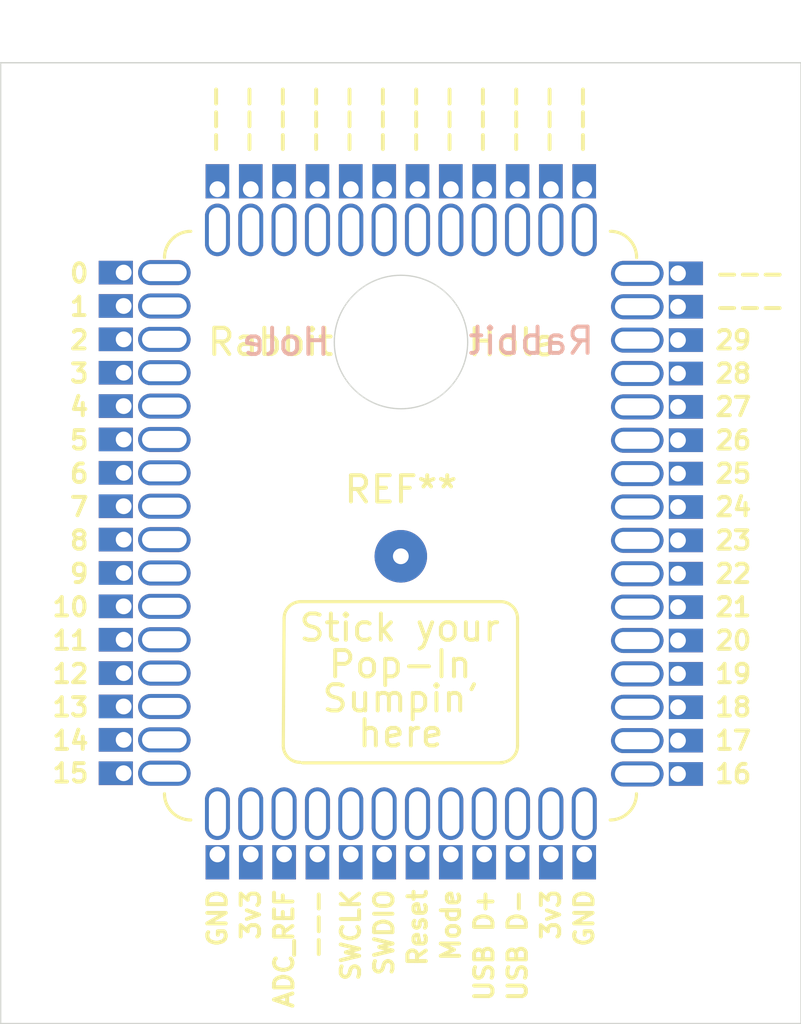
<source format=kicad_pcb>
(kicad_pcb (version 20211014) (generator pcbnew)
  (layers (0 "F.Cu" signal) (31 "B.Cu" signal) (34 "B.Paste" user) (35 "F.Paste" user) (36 "B.SilkS" user "B.Silkscreen") (37 "F.SilkS" user "F.Silkscreen") (38 "B.Mask" user) (39 "F.Mask" user) (44 "Edge.Cuts" user))
  (net 0 "")
  (footprint "Tinker RP2040:NM-Generic-Module (FlexyPin)" (layer "F.Cu") (at 147.32 96.52)
    (fp_text reference "REF**" (at 0.006083 -2.54 unlocked) (layer "F.SilkS"))
    (fp_text value "NM-Generic-Module (FlexyPin)")
    (fp_text user "---" (at 4.445 -15.23 270 unlocked) (layer "F.SilkS") (effects (font (size 0.7 0.7)) (justify right)))
    (fp_text user "18" (at 11.895378 5.744176 unlocked) (layer "F.SilkS") (effects (font (size 0.7 0.7)) (justify left)))
    (fp_text user "17" (at 11.895378 7.014176 unlocked) (layer "F.SilkS") (effects (font (size 0.7 0.7)) (justify left)))
    (fp_text user "---" (at -3.175 12.603764 90 unlocked) (layer "F.SilkS") (effects (font (size 0.7 0.7)) (justify right)))
    (fp_text user "12" (at -11.815378 4.474176 unlocked) (layer "F.SilkS") (effects (font (size 0.7 0.7)) (justify right)))
    (fp_text user "29" (at 11.895378 -8.225824 unlocked) (layer "F.SilkS") (effects (font (size 0.7 0.7)) (justify left)))
    (fp_text user "here" (at 0 6.742113 unlocked) (layer "F.SilkS"))
    (fp_text user "---" (at -1.905 -15.23 270 unlocked) (layer "F.SilkS") (effects (font (size 0.7 0.7)) (justify right)))
    (fp_text user "GND" (at -6.985 12.603764 90 unlocked) (layer "F.SilkS") (effects (font (size 0.7 0.7)) (justify right)))
    (fp_text user "10" (at -11.815378 1.934176 unlocked) (layer "F.SilkS") (effects (font (size 0.7 0.7)) (justify right)))
    (fp_text user "3v3" (at -5.715 12.603764 90 unlocked) (layer "F.SilkS") (effects (font (size 0.7 0.7)) (justify right)))
    (fp_text user "---" (at -6.985 -15.23 270 unlocked) (layer "F.SilkS") (effects (font (size 0.7 0.7)) (justify right)))
    (fp_text user "---" (at 6.985 -15.23 270 unlocked) (layer "F.SilkS") (effects (font (size 0.7 0.7)) (justify right)))
    (fp_text user "15" (at -11.815378 8.255 unlocked) (layer "F.SilkS") (effects (font (size 0.7 0.7)) (justify right)))
    (fp_text user "7" (at -11.815378 -1.875824 unlocked) (layer "F.SilkS") (effects (font (size 0.7 0.7)) (justify right)))
    (fp_text user "19" (at 11.895378 4.474176 unlocked) (layer "F.SilkS") (effects (font (size 0.7 0.7)) (justify left)))
    (fp_text user "ADC_REF" (at -4.445 12.603764 90 unlocked) (layer "F.SilkS") (effects (font (size 0.7 0.7)) (justify right)))
    (fp_text user "Sumpin'" (at 0 5.412475 unlocked) (layer "F.SilkS"))
    (fp_text user "---" (at 0.635 -15.23 270 unlocked) (layer "F.SilkS") (effects (font (size 0.7 0.7)) (justify right)))
    (fp_text user "1" (at -11.815378 -9.495824 unlocked) (layer "F.SilkS") (effects (font (size 0.7 0.7)) (justify right)))
    (fp_text user "3" (at -11.815378 -6.955824 unlocked) (layer "F.SilkS") (effects (font (size 0.7 0.7)) (justify right)))
    (fp_text user "2" (at -11.815378 -8.225824 unlocked) (layer "F.SilkS") (effects (font (size 0.7 0.7)) (justify right)))
    (fp_text user "SWDIO" (at -0.635 12.603764 90 unlocked) (layer "F.SilkS") (effects (font (size 0.7 0.7)) (justify right)))
    (fp_text user "4" (at -11.815378 -5.685824 unlocked) (layer "F.SilkS") (effects (font (size 0.7 0.7)) (justify right)))
    (fp_text user "3v3" (at 5.715 12.603764 90 unlocked) (layer "F.SilkS") (effects (font (size 0.7 0.7)) (justify right)))
    (fp_text user "GND" (at 6.985 12.603764 90 unlocked) (layer "F.SilkS") (effects (font (size 0.7 0.7)) (justify right)))
    (fp_text user "Pop-In" (at -0.022797 4.113022 unlocked) (layer "F.SilkS"))
    (fp_text user "5" (at -11.815378 -4.415824 unlocked) (layer "F.SilkS") (effects (font (size 0.7 0.7)) (justify right)))
    (fp_text user "---" (at -5.715 -15.23 270 unlocked) (layer "F.SilkS") (effects (font (size 0.7 0.7)) (justify right)))
    (fp_text user "11" (at -11.815378 3.204176 unlocked) (layer "F.SilkS") (effects (font (size 0.7 0.7)) (justify right)))
    (fp_text user "13" (at -11.815378 5.744176 unlocked) (layer "F.SilkS") (effects (font (size 0.7 0.7)) (justify right)))
    (fp_text user "21" (at 11.895378 1.934176 unlocked) (layer "F.SilkS") (effects (font (size 0.7 0.7)) (justify left)))
    (fp_text user "28" (at 11.895378 -6.955824 unlocked) (layer "F.SilkS") (effects (font (size 0.7 0.7)) (justify left)))
    (fp_text user "---" (at 11.895378 -9.495824 unlocked) (layer "F.SilkS") (effects (font (size 0.7 0.7)) (justify left)))
    (fp_text user "8" (at -11.815378 -0.605824 unlocked) (layer "F.SilkS") (effects (font (size 0.7 0.7)) (justify right)))
    (fp_text user "SWCLK" (at -1.905 12.603764 90 unlocked) (layer "F.SilkS") (effects (font (size 0.7 0.7)) (justify right)))
    (fp_text user "23" (at 11.895378 -0.605824 unlocked) (layer "F.SilkS") (effects (font (size 0.7 0.7)) (justify left)))
    (fp_text user "Stick your" (at -0.045594 2.722379 unlocked) (layer "F.SilkS"))
    (fp_text user "USB D+" (at 3.175 12.603764 90 unlocked) (layer "F.SilkS") (effects (font (size 0.7 0.7)) (justify right)))
    (fp_text user "20" (at 11.895378 3.204176 unlocked) (layer "F.SilkS") (effects (font (size 0.7 0.7)) (justify left)))
    (fp_text user "22" (at 11.895378 0.664176 unlocked) (layer "F.SilkS") (effects (font (size 0.7 0.7)) (justify left)))
    (fp_text user "---" (at 5.715 -15.23 270 unlocked) (layer "F.SilkS") (effects (font (size 0.7 0.7)) (justify right)))
    (fp_text user "6" (at -11.815378 -3.145824 unlocked) (layer "F.SilkS") (effects (font (size 0.7 0.7)) (justify right)))
    (fp_text user "26" (at 11.895378 -4.415824 unlocked) (layer "F.SilkS") (effects (font (size 0.7 0.7)) (justify left)))
    (fp_text user "---" (at -0.635 -15.23 270 unlocked) (layer "F.SilkS") (effects (font (size 0.7 0.7)) (justify right)))
    (fp_text user "27" (at 11.895378 -5.685824 unlocked) (layer "F.SilkS") (effects (font (size 0.7 0.7)) (justify left)))
    (fp_text user "16" (at 11.895378 8.284176 unlocked) (layer "F.SilkS") (effects (font (size 0.7 0.7)) (justify left)))
    (fp_text user "---" (at 11.895378 -10.765824 unlocked) (layer "F.SilkS") (effects (font (size 0.7 0.7)) (justify left)))
    (fp_text user "0" (at -11.815378 -10.765824 unlocked) (layer "F.SilkS") (effects (font (size 0.7 0.7)) (justify right)))
    (fp_text user "---" (at 3.175 -15.23 270 unlocked) (layer "F.SilkS") (effects (font (size 0.7 0.7)) (justify right)))
    (fp_text user "---" (at -4.445 -15.23 270 unlocked) (layer "F.SilkS") (effects (font (size 0.7 0.7)) (justify right)))
    (fp_text user "USB D-" (at 4.445 12.603764 90 unlocked) (layer "F.SilkS") (effects (font (size 0.7 0.7)) (justify right)))
    (fp_text user "Mode" (at 1.905 12.603764 90 unlocked) (layer "F.SilkS") (effects (font (size 0.7 0.7)) (justify right)))
    (fp_text user "14" (at -11.815378 7.014176 unlocked) (layer "F.SilkS") (effects (font (size 0.7 0.7)) (justify right)))
    (fp_text user "Reset" (at 0.635 12.603764 90 unlocked) (layer "F.SilkS") (effects (font (size 0.7 0.7)) (justify right)))
    (fp_text user "24" (at 11.895378 -1.875824 unlocked) (layer "F.SilkS") (effects (font (size 0.7 0.7)) (justify left)))
    (fp_text user "---" (at 1.905 -15.23 270 unlocked) (layer "F.SilkS") (effects (font (size 0.7 0.7)) (justify right)))
    (fp_text user "---" (at -3.175 -15.23 270 unlocked) (layer "F.SilkS") (effects (font (size 0.7 0.7)) (justify right)))
    (fp_text user "25" (at 11.895378 -3.145824 unlocked) (layer "F.SilkS") (effects (font (size 0.7 0.7)) (justify left)))
    (fp_text user "9" (at -11.815378 0.664176 unlocked) (layer "F.SilkS") (effects (font (size 0.7 0.7)) (justify right)))
    (fp_line (start 4.445 2.361448) (end 4.445 7.211451) (layer "F.SilkS") (width 0.12))
    (fp_line (start 3.868584 7.860366) (end -3.751416 7.860365) (layer "F.SilkS") (width 0.12))
    (fp_line (start -4.445 2.361447) (end -4.476158 7.204268) (layer "F.SilkS") (width 0.12))
    (fp_line (start -3.81 1.726447) (end 3.81 1.726447) (layer "F.SilkS") (width 0.12))
    (fp_arc (start 8.974622 9.033764) (mid 8.681722 9.740863) (end 7.974622 10.033764) (layer "F.SilkS") (width 0.12))
    (fp_arc (start -8.001016 10.033764) (mid -8.708123 9.740871) (end -9.001016 9.033764) (layer "F.SilkS") (width 0.12))
    (fp_arc (start 7.980013 -12.366236) (mid 8.687124 -12.07334) (end 8.980013 -11.366236) (layer "F.SilkS") (width 0.12))
    (fp_arc (start -8.999533 -11.366236) (mid -8.70664 -12.073343) (end -7.999533 -12.366236) (layer "F.SilkS") (width 0.12))
    (fp_arc (start 4.445 7.211451) (mid 4.25901 7.66046) (end 3.81 7.846451) (layer "F.SilkS") (width 0.12))
    (fp_arc (start -3.841158 7.839268) (mid -4.290171 7.653281) (end -4.476158 7.204268) (layer "F.SilkS") (width 0.12))
    (fp_arc (start -4.445 2.361447) (mid -4.259013 1.912434) (end -3.81 1.726447) (layer "F.SilkS") (width 0.12))
    (fp_arc (start 3.81 1.726448) (mid 4.259022 1.912426) (end 4.445 2.361448) (layer "F.SilkS") (width 0.12))
    (pad "0" thru_hole circle (at 0 0 90) (size 2 2) (drill 0.6) (layers *.Cu *.Mask))
    (pad "1" thru_hole oval (at -9.005378 -10.795) (size 2 0.95) (drill oval 1.7 0.65) (layers *.Cu *.Mask))
    (pad "1" thru_hole rect (at -10.555378 -10.795) (size 1.3 0.9) (drill 0.6 (offset -0.3 0)) (layers *.Cu *.Mask))
    (pad "2" thru_hole oval (at -9.005378 -9.525) (size 2 0.95) (drill oval 1.7 0.65) (layers *.Cu *.Mask))
    (pad "2" thru_hole rect (at -10.555378 -9.525) (size 1.3 0.9) (drill 0.6 (offset -0.3 0)) (layers *.Cu *.Mask))
    (pad "3" thru_hole oval (at -9.005378 -8.255) (size 2 0.95) (drill oval 1.7 0.65) (layers *.Cu *.Mask))
    (pad "3" thru_hole rect (at -10.555378 -8.255) (size 1.3 0.9) (drill 0.6 (offset -0.3 0)) (layers *.Cu *.Mask))
    (pad "4" thru_hole oval (at -9.005378 -6.985) (size 2 0.95) (drill oval 1.7 0.65) (layers *.Cu *.Mask))
    (pad "4" thru_hole rect (at -10.555378 -6.985) (size 1.3 0.9) (drill 0.6 (offset -0.3 0)) (layers *.Cu *.Mask))
    (pad "5" thru_hole rect (at -10.555378 -5.715) (size 1.3 0.9) (drill 0.6 (offset -0.3 0)) (layers *.Cu *.Mask))
    (pad "5" thru_hole oval (at -9.005378 -5.715) (size 2 0.95) (drill oval 1.7 0.65) (layers *.Cu *.Mask))
    (pad "6" thru_hole oval (at -9.005378 -4.445) (size 2 0.95) (drill oval 1.7 0.65) (layers *.Cu *.Mask))
    (pad "6" thru_hole rect (at -10.555378 -4.445) (size 1.3 0.9) (drill 0.6 (offset -0.3 0)) (layers *.Cu *.Mask))
    (pad "7" thru_hole rect (at -10.555378 -3.175) (size 1.3 0.9) (drill 0.6 (offset -0.3 0)) (layers *.Cu *.Mask))
    (pad "7" thru_hole oval (at -9.005378 -3.175) (size 2 0.95) (drill oval 1.7 0.65) (layers *.Cu *.Mask))
    (pad "8" thru_hole rect (at -10.555378 -1.905) (size 1.3 0.9) (drill 0.6 (offset -0.3 0)) (layers *.Cu *.Mask))
    (pad "8" thru_hole oval (at -9.005378 -1.905) (size 2 0.95) (drill oval 1.7 0.65) (layers *.Cu *.Mask))
    (pad "9" thru_hole oval (at -9.005378 -0.635) (size 2 0.95) (drill oval 1.7 0.65) (layers *.Cu *.Mask))
    (pad "9" thru_hole rect (at -10.555378 -0.635) (size 1.3 0.9) (drill 0.6 (offset -0.3 0)) (layers *.Cu *.Mask))
    (pad "10" thru_hole rect (at -10.555378 0.635) (size 1.3 0.9) (drill 0.6 (offset -0.3 0)) (layers *.Cu *.Mask))
    (pad "10" thru_hole oval (at -9.005378 0.635) (size 2 0.95) (drill oval 1.7 0.65) (layers *.Cu *.Mask))
    (pad "11" thru_hole oval (at -9.005378 1.905) (size 2 0.95) (drill oval 1.7 0.65) (layers *.Cu *.Mask))
    (pad "11" thru_hole rect (at -10.555378 1.905) (size 1.3 0.9) (drill 0.6 (offset -0.3 0)) (layers *.Cu *.Mask))
    (pad "12" thru_hole rect (at -10.555378 3.175) (size 1.3 0.9) (drill 0.6 (offset -0.3 0)) (layers *.Cu *.Mask))
    (pad "12" thru_hole oval (at -9.005378 3.175) (size 2 0.95) (drill oval 1.7 0.65) (layers *.Cu *.Mask))
    (pad "13" thru_hole rect (at -10.555378 4.445) (size 1.3 0.9) (drill 0.6 (offset -0.3 0)) (layers *.Cu *.Mask))
    (pad "13" thru_hole oval (at -9.005378 4.445) (size 2 0.95) (drill oval 1.7 0.65) (layers *.Cu *.Mask))
    (pad "14" thru_hole oval (at -9.005378 5.715) (size 2 0.95) (drill oval 1.7 0.65) (layers *.Cu *.Mask))
    (pad "14" thru_hole rect (at -10.555378 5.715) (size 1.3 0.9) (drill 0.6 (offset -0.3 0)) (layers *.Cu *.Mask))
    (pad "15" thru_hole rect (at -10.555378 6.985) (size 1.3 0.9) (drill 0.6 (offset -0.3 0)) (layers *.Cu *.Mask))
    (pad "15" thru_hole oval (at -9.005378 6.985) (size 2 0.95) (drill oval 1.7 0.65) (layers *.Cu *.Mask))
    (pad "16" thru_hole oval (at -9.005378 8.255) (size 2 0.95) (drill oval 1.7 0.65) (layers *.Cu *.Mask))
    (pad "16" thru_hole rect (at -10.555378 8.255) (size 1.3 0.9) (drill 0.6 (offset -0.3 0)) (layers *.Cu *.Mask))
    (pad "17" thru_hole rect (at -6.985 11.343764 90) (size 1.3 0.9) (drill 0.6 (offset -0.3 0)) (layers *.Cu *.Mask))
    (pad "17" thru_hole oval (at -6.985 9.793764 90) (size 2 0.95) (drill oval 1.7 0.65) (layers *.Cu *.Mask))
    (pad "18" thru_hole oval (at -5.715 9.793764 90) (size 2 0.95) (drill oval 1.7 0.65) (layers *.Cu *.Mask))
    (pad "18" thru_hole rect (at -5.715 11.343764 90) (size 1.3 0.9) (drill 0.6 (offset -0.3 0)) (layers *.Cu *.Mask))
    (pad "19" thru_hole oval (at -4.445 9.793764 90) (size 2 0.95) (drill oval 1.7 0.65) (layers *.Cu *.Mask))
    (pad "19" thru_hole rect (at -4.445 11.343764 90) (size 1.3 0.9) (drill 0.6 (offset -0.3 0)) (layers *.Cu *.Mask))
    (pad "20" thru_hole oval (at -3.175 9.793764 90) (size 2 0.95) (drill oval 1.7 0.65) (layers *.Cu *.Mask))
    (pad "20" thru_hole rect (at -3.175 11.343764 90) (size 1.3 0.9) (drill 0.6 (offset -0.3 0)) (layers *.Cu *.Mask))
    (pad "21" thru_hole rect (at -1.905 11.343764 90) (size 1.3 0.9) (drill 0.6 (offset -0.3 0)) (layers *.Cu *.Mask))
    (pad "21" thru_hole oval (at -1.905 9.793764 90) (size 2 0.95) (drill oval 1.7 0.65) (layers *.Cu *.Mask))
    (pad "22" thru_hole oval (at -0.635 9.793764 90) (size 2 0.95) (drill oval 1.7 0.65) (layers *.Cu *.Mask))
    (pad "22" thru_hole rect (at -0.635 11.343764 90) (size 1.3 0.9) (drill 0.6 (offset -0.3 0)) (layers *.Cu *.Mask))
    (pad "23" thru_hole oval (at 0.635 9.793764 90) (size 2 0.95) (drill oval 1.7 0.65) (layers *.Cu *.Mask))
    (pad "23" thru_hole rect (at 0.635 11.343764 90) (size 1.3 0.9) (drill 0.6 (offset -0.3 0)) (layers *.Cu *.Mask))
    (pad "24" thru_hole rect (at 1.905 11.343764 90) (size 1.3 0.9) (drill 0.6 (offset -0.3 0)) (layers *.Cu *.Mask))
    (pad "24" thru_hole oval (at 1.905 9.793764 90) (size 2 0.95) (drill oval 1.7 0.65) (layers *.Cu *.Mask))
    (pad "25" thru_hole rect (at 3.175 11.343764 90) (size 1.3 0.9) (drill 0.6 (offset -0.3 0)) (layers *.Cu *.Mask))
    (pad "25" thru_hole oval (at 3.175 9.793764 90) (size 2 0.95) (drill oval 1.7 0.65) (layers *.Cu *.Mask))
    (pad "26" thru_hole oval (at 4.445 9.793764 90) (size 2 0.95) (drill oval 1.7 0.65) (layers *.Cu *.Mask))
    (pad "26" thru_hole rect (at 4.445 11.343764 90) (size 1.3 0.9) (drill 0.6 (offset -0.3 0)) (layers *.Cu *.Mask))
    (pad "27" thru_hole oval (at 5.715 9.793764 90) (size 2 0.95) (drill oval 1.7 0.65) (layers *.Cu *.Mask))
    (pad "27" thru_hole rect (at 5.715 11.343764 90) (size 1.3 0.9) (drill 0.6 (offset -0.3 0)) (layers *.Cu *.Mask))
    (pad "28" thru_hole rect (at 6.985 11.343764 90) (size 1.3 0.9) (drill 0.6 (offset -0.3 0)) (layers *.Cu *.Mask))
    (pad "28" thru_hole oval (at 6.985 9.793764 90) (size 2 0.95) (drill oval 1.7 0.65) (layers *.Cu *.Mask))
    (pad "29" thru_hole rect (at 10.555378 8.284176) (size 1.3 0.9) (drill 0.6 (offset 0.3 0)) (layers *.Cu *.Mask))
    (pad "29" thru_hole oval (at 9.005378 8.284176) (size 2 0.95) (drill oval 1.7 0.65) (layers *.Cu *.Mask))
    (pad "30" thru_hole rect (at 10.555378 7.014176) (size 1.3 0.9) (drill 0.6 (offset 0.3 0)) (layers *.Cu *.Mask))
    (pad "30" thru_hole oval (at 9.005378 7.014176) (size 2 0.95) (drill oval 1.7 0.65) (layers *.Cu *.Mask))
    (pad "31" thru_hole oval (at 9.005378 5.744176) (size 2 0.95) (drill oval 1.7 0.65) (layers *.Cu *.Mask))
    (pad "31" thru_hole rect (at 10.555378 5.744176) (size 1.3 0.9) (drill 0.6 (offset 0.3 0)) (layers *.Cu *.Mask))
    (pad "32" thru_hole oval (at 9.005378 4.474176) (size 2 0.95) (drill oval 1.7 0.65) (layers *.Cu *.Mask))
    (pad "32" thru_hole rect (at 10.555378 4.474176) (size 1.3 0.9) (drill 0.6 (offset 0.3 0)) (layers *.Cu *.Mask))
    (pad "33" thru_hole oval (at 9.005378 3.204176) (size 2 0.95) (drill oval 1.7 0.65) (layers *.Cu *.Mask))
    (pad "33" thru_hole rect (at 10.555378 3.204176) (size 1.3 0.9) (drill 0.6 (offset 0.3 0)) (layers *.Cu *.Mask))
    (pad "34" thru_hole rect (at 10.555378 1.934176) (size 1.3 0.9) (drill 0.6 (offset 0.3 0)) (layers *.Cu *.Mask))
    (pad "34" thru_hole oval (at 9.005378 1.934176) (size 2 0.95) (drill oval 1.7 0.65) (layers *.Cu *.Mask))
    (pad "35" thru_hole oval (at 9.005378 0.664176) (size 2 0.95) (drill oval 1.7 0.65) (layers *.Cu *.Mask))
    (pad "35" thru_hole rect (at 10.555378 0.664176) (size 1.3 0.9) (drill 0.6 (offset 0.3 0)) (layers *.Cu *.Mask))
    (pad "36" thru_hole rect (at 10.555378 -0.605824) (size 1.3 0.9) (drill 0.6 (offset 0.3 0)) (layers *.Cu *.Mask))
    (pad "36" thru_hole oval (at 9.005378 -0.605824) (size 2 0.95) (drill oval 1.7 0.65) (layers *.Cu *.Mask))
    (pad "37" thru_hole rect (at 10.555378 -1.875824) (size 1.3 0.9) (drill 0.6 (offset 0.3 0)) (layers *.Cu *.Mask))
    (pad "37" thru_hole oval (at 9.005378 -1.875824) (size 2 0.95) (drill oval 1.7 0.65) (layers *.Cu *.Mask))
    (pad "38" thru_hole rect (at 10.555378 -3.145824) (size 1.3 0.9) (drill 0.6 (offset 0.3 0)) (layers *.Cu *.Mask))
    (pad "38" thru_hole oval (at 9.005378 -3.145824) (size 2 0.95) (drill oval 1.7 0.65) (layers *.Cu *.Mask))
    (pad "39" thru_hole oval (at 9.005378 -4.415824) (size 2 0.95) (drill oval 1.7 0.65) (layers *.Cu *.Mask))
    (pad "39" thru_hole rect (at 10.555378 -4.415824) (size 1.3 0.9) (drill 0.6 (offset 0.3 0)) (layers *.Cu *.Mask))
    (pad "40" thru_hole oval (at 9.005378 -5.685824) (size 2 0.95) (drill oval 1.7 0.65) (layers *.Cu *.Mask))
    (pad "40" thru_hole rect (at 10.555378 -5.685824) (size 1.3 0.9) (drill 0.6 (offset 0.3 0)) (layers *.Cu *.Mask))
    (pad "41" thru_hole rect (at 10.555378 -6.955824) (size 1.3 0.9) (drill 0.6 (offset 0.3 0)) (layers *.Cu *.Mask))
    (pad "41" thru_hole oval (at 9.005378 -6.955824) (size 2 0.95) (drill oval 1.7 0.65) (layers *.Cu *.Mask))
    (pad "42" thru_hole rect (at 10.555378 -8.225824) (size 1.3 0.9) (drill 0.6 (offset 0.3 0)) (layers *.Cu *.Mask))
    (pad "42" thru_hole oval (at 9.005378 -8.225824) (size 2 0.95) (drill oval 1.7 0.65) (layers *.Cu *.Mask))
    (pad "43" thru_hole rect (at 10.555378 -9.495824) (size 1.3 0.9) (drill 0.6 (offset 0.3 0)) (layers *.Cu *.Mask))
    (pad "43" thru_hole oval (at 9.005378 -9.495824) (size 2 0.95) (drill oval 1.7 0.65) (layers *.Cu *.Mask))
    (pad "44" thru_hole rect (at 10.555378 -10.765824) (size 1.3 0.9) (drill 0.6 (offset 0.3 0)) (layers *.Cu *.Mask))
    (pad "44" thru_hole oval (at 9.005378 -10.765824) (size 2 0.95) (drill oval 1.7 0.65) (layers *.Cu *.Mask))
    (pad "45" thru_hole oval (at 6.985 -12.42 270) (size 2 0.95) (drill oval 1.7 0.65) (layers *.Cu *.Mask))
    (pad "45" thru_hole rect (at 6.985 -13.97 270) (size 1.3 0.9) (drill 0.6 (offset -0.3 0)) (layers *.Cu *.Mask))
    (pad "46" thru_hole rect (at 5.715 -13.97 270) (size 1.3 0.9) (drill 0.6 (offset -0.3 0)) (layers *.Cu *.Mask))
    (pad "46" thru_hole oval (at 5.715 -12.42 270) (size 2 0.95) (drill oval 1.7 0.65) (layers *.Cu *.Mask))
    (pad "47" thru_hole rect (at 4.445 -13.97 270) (size 1.3 0.9) (drill 0.6 (offset -0.3 0)) (layers *.Cu *.Mask))
    (pad "47" thru_hole oval (at 4.445 -12.42 270) (size 2 0.95) (drill oval 1.7 0.65) (layers *.Cu *.Mask))
    (pad "48" thru_hole rect (at 3.175 -13.97 270) (size 1.3 0.9) (drill 0.6 (offset -0.3 0)) (layers *.Cu *.Mask))
    (pad "48" thru_hole oval (at 3.175 -12.42 270) (size 2 0.95) (drill oval 1.7 0.65) (layers *.Cu *.Mask))
    (pad "49" thru_hole oval (at 1.905 -12.42 270) (size 2 0.95) (drill oval 1.7 0.65) (layers *.Cu *.Mask))
    (pad "49" thru_hole rect (at 1.905 -13.97 270) (size 1.3 0.9) (drill 0.6 (offset -0.3 0)) (layers *.Cu *.Mask))
    (pad "50" thru_hole oval (at 0.635 -12.42 270) (size 2 0.95) (drill oval 1.7 0.65) (layers *.Cu *.Mask))
    (pad "50" thru_hole rect (at 0.635 -13.97 270) (size 1.3 0.9) (drill 0.6 (offset -0.3 0)) (layers *.Cu *.Mask))
    (pad "51" thru_hole oval (at -0.635 -12.42 270) (size 2 0.95) (drill oval 1.7 0.65) (layers *.Cu *.Mask))
    (pad "51" thru_hole rect (at -0.635 -13.97 270) (size 1.3 0.9) (drill 0.6 (offset -0.3 0)) (layers *.Cu *.Mask))
    (pad "52" thru_hole oval (at -1.905 -12.42 270) (size 2 0.95) (drill oval 1.7 0.65) (layers *.Cu *.Mask))
    (pad "52" thru_hole rect (at -1.905 -13.97 270) (size 1.3 0.9) (drill 0.6 (offset -0.3 0)) (layers *.Cu *.Mask))
    (pad "53" thru_hole rect (at -3.175 -13.97 270) (size 1.3 0.9) (drill 0.6 (offset -0.3 0)) (layers *.Cu *.Mask))
    (pad "53" thru_hole oval (at -3.175 -12.42 270) (size 2 0.95) (drill oval 1.7 0.65) (layers *.Cu *.Mask))
    (pad "54" thru_hole rect (at -4.445 -13.97 270) (size 1.3 0.9) (drill 0.6 (offset -0.3 0)) (layers *.Cu *.Mask))
    (pad "54" thru_hole oval (at -4.445 -12.42 270) (size 2 0.95) (drill oval 1.7 0.65) (layers *.Cu *.Mask))
    (pad "55" thru_hole oval (at -5.715 -12.42 270) (size 2 0.95) (drill oval 1.7 0.65) (layers *.Cu *.Mask))
    (pad "55" thru_hole rect (at -5.715 -13.97 270) (size 1.3 0.9) (drill 0.6 (offset -0.3 0)) (layers *.Cu *.Mask))
    (pad "56" thru_hole rect (at -6.985 -13.97 270) (size 1.3 0.9) (drill 0.6 (offset -0.3 0)) (layers *.Cu *.Mask))
    (pad "56" thru_hole oval (at -6.985 -12.42 270) (size 2 0.95) (drill oval 1.7 0.65) (layers *.Cu *.Mask))
  )
  (gr_circle (center 147.326083 88.366326) (end 147.326083 90.906326) (layer "Edge.Cuts") (width 0.05) (fill none))
  (gr_line (start 132.08 114.3) (end 132.08 77.74) (layer "Edge.Cuts") (width 0.05))
  (gr_line (start 162.56 114.3) (end 132.08 114.3) (layer "Edge.Cuts") (width 0.05))
  (gr_line (start 162.56 77.74) (end 162.56 114.3) (layer "Edge.Cuts") (width 0.05))
  (gr_line (start 132.08 77.74) (end 162.56 77.74) (layer "Edge.Cuts") (width 0.05))
  (gr_text "Hole" (at 142.941541 88.366326) (layer "B.SilkS") (effects (font (size 1 1)) (justify mirror)))
  (gr_text "Rabbit" (at 152.289123 88.324759) (layer "B.SilkS") (effects (font (size 1 1)) (justify mirror)))
  (gr_text "Hole" (at 151.559316 88.382211) (layer "F.SilkS") (effects (font (size 1 1))))
  (gr_text "Rabbit" (at 142.35953 88.368358) (layer "F.SilkS") (effects (font (size 1 1))))
)
</source>
